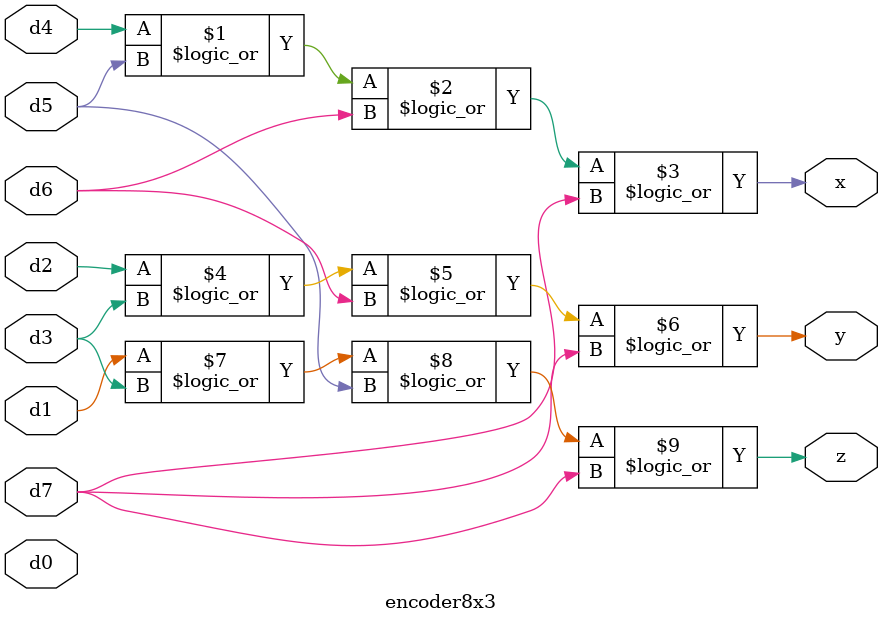
<source format=v>
`timescale 1ns / 1ps


module encoder8x3(
input d0,d1,d2,d3,d4,d5,d6,d7,
output x,y,z
    );
    assign x = d4 || d5 || d6 || d7;
    assign y = d2 || d3 || d6 || d7;
    assign z = d1 || d3 || d5 || d7;
endmodule

</source>
